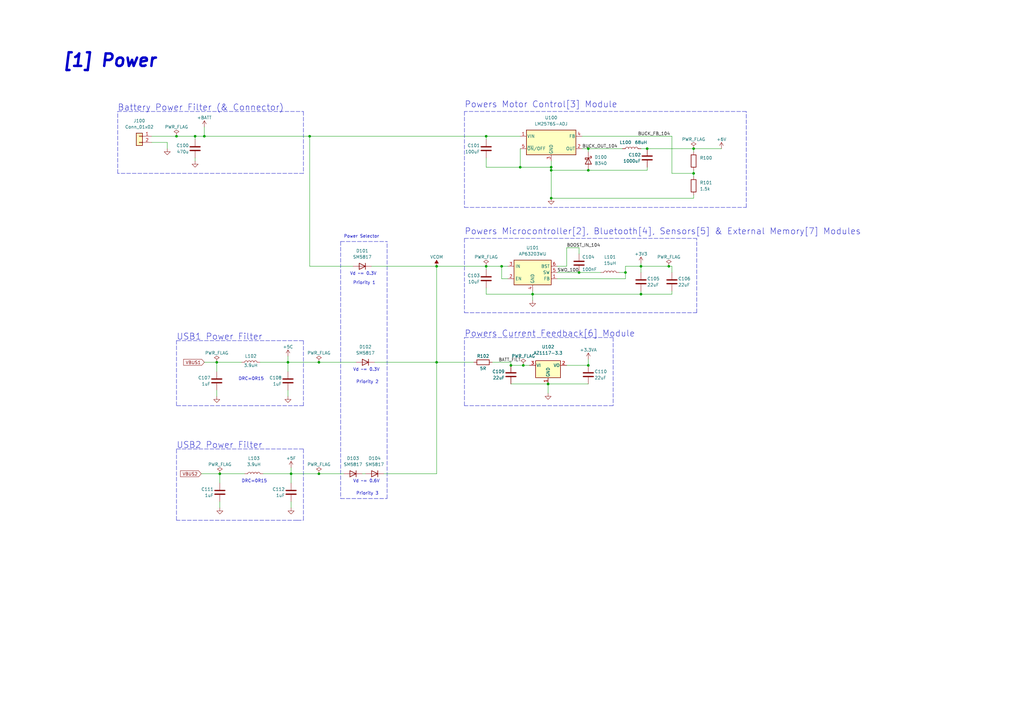
<source format=kicad_sch>
(kicad_sch (version 20211123) (generator eeschema)
  (paper "A3")
  (lib_symbols
    (symbol "AP63203WU_1"
      (property "Reference" "U100" (at 0 10.16 0))
      (property "Value" "AP63203WU_1" (at 0 7.62 0))
      (symbol "AP63203WU_1_0_1"
        (rectangle (start -7.62 5.08) (end 7.62 -5.08) (stroke (width 0.254)) (fill (type background)))
      )
      (symbol "AP63203WU_1_1_1"
        (pin input line (at 10.16 -2.54 180) (length 2.54) (name "FB") (number "1"))
        (pin input line (at -10.16 -2.54 0) (length 2.54) (name "EN") (number "2"))
        (pin power_in line (at -10.16 2.54 0) (length 2.54) (name "IN") (number "3"))
        (pin power_in line (at 0 -7.62 90) (length 2.54) (name "GND") (number "4"))
        (pin output line (at 10.16 0 180) (length 2.54) (name "SW") (number "5"))
        (pin passive line (at 10.16 2.54 180) (length 2.54) (name "BST") (number "6"))
      )
    )
    (symbol "Connector_Generic:Conn_01x02" (pin_names (offset 1.016) hide)
      (property "Reference" "J" (at 0 2.54 0))
      (property "Value" "Conn_01x02" (at 0 -5.08 0))
      (symbol "Conn_01x02_1_1"
        (rectangle (start -1.27 -2.413) (end 0 -2.667) (stroke (width 0.1524)))
        (rectangle (start -1.27 0.127) (end 0 -0.127) (stroke (width 0.1524)))
        (rectangle (start -1.27 1.27) (end 1.27 -3.81) (stroke (width 0.254)) (fill (type background)))
        (pin passive line (at -5.08 0 0) (length 3.81) (name "Pin_1") (number "1"))
        (pin passive line (at -5.08 -2.54 0) (length 3.81) (name "Pin_2") (number "2"))
      )
    )
    (symbol "Device:C" (pin_numbers hide) (pin_names (offset 0.254))
      (property "Reference" "C" (at 0.635 2.54 0))
      (property "Value" "C" (at 0.635 -2.54 0))
      (symbol "C_0_1"
        (polyline (pts (xy -2.032 -0.762) (xy 2.032 -0.762)) (stroke (width 0.508)))
        (polyline (pts (xy -2.032 0.762) (xy 2.032 0.762)) (stroke (width 0.508)))
      )
      (symbol "C_1_1"
        (pin passive line (at 0 3.81 270) (length 2.794) (name "~") (number "1"))
        (pin passive line (at 0 -3.81 90) (length 2.794) (name "~") (number "2"))
      )
    )
    (symbol "Device:L" (pin_numbers hide) (pin_names (offset 1.016) hide)
      (property "Reference" "L" (at -1.27 0 90))
      (property "Value" "L" (at 1.905 0 90))
      (symbol "L_0_1"
        (arc (start 0 -2.54) (mid 0.635 -1.905) (end 0 -1.27))
        (arc (start 0 -1.27) (mid 0.635 -0.635) (end 0 0))
        (arc (start 0 0) (mid 0.635 0.635) (end 0 1.27))
        (arc (start 0 1.27) (mid 0.635 1.905) (end 0 2.54))
      )
      (symbol "L_1_1"
        (pin passive line (at 0 3.81 270) (length 1.27) (name "1") (number "1"))
        (pin passive line (at 0 -3.81 90) (length 1.27) (name "2") (number "2"))
      )
    )
    (symbol "Device:R" (pin_numbers hide) (pin_names (offset 0))
      (property "Reference" "R" (at 2.032 0 90))
      (property "Value" "R" (at 0 0 90))
      (symbol "R_0_1"
        (rectangle (start -1.016 -2.54) (end 1.016 2.54) (stroke (width 0.254)))
      )
      (symbol "R_1_1"
        (pin passive line (at 0 3.81 270) (length 1.27) (name "~") (number "1"))
        (pin passive line (at 0 -3.81 90) (length 1.27) (name "~") (number "2"))
      )
    )
    (symbol "Diode:B340" (pin_numbers hide) (pin_names (offset 1.016) hide)
      (property "Reference" "D" (at 0 2.54 0))
      (property "Value" "B340" (at 0 -2.54 0))
      (symbol "B340_0_1"
        (polyline (pts (xy 1.27 0) (xy -1.27 0)))
        (polyline (pts (xy 1.27 1.27) (xy 1.27 -1.27) (xy -1.27 0) (xy 1.27 1.27)) (stroke (width 0.254)))
        (polyline (pts (xy -1.905 0.635) (xy -1.905 1.27) (xy -1.27 1.27) (xy -1.27 -1.27) (xy -0.635 -1.27) (xy -0.635 -0.635)) (stroke (width 0.254)))
      )
      (symbol "B340_1_1"
        (pin passive line (at -3.81 0 0) (length 2.54) (name "K") (number "1"))
        (pin passive line (at 3.81 0 180) (length 2.54) (name "A") (number "2"))
      )
    )
    (symbol "Diode:SM513" (pin_numbers hide) (pin_names (offset 1.016) hide)
      (property "Reference" "D" (at 0 2.54 0))
      (property "Value" "SM513" (at 0 -2.54 0))
      (symbol "SM513_0_1"
        (polyline (pts (xy -1.27 1.27) (xy -1.27 -1.27)) (stroke (width 0.254)))
        (polyline (pts (xy 1.27 0) (xy -1.27 0)))
        (polyline (pts (xy 1.27 1.27) (xy 1.27 -1.27) (xy -1.27 0) (xy 1.27 1.27)) (stroke (width 0.254)))
      )
      (symbol "SM513_1_1"
        (pin passive line (at -3.81 0 0) (length 2.54) (name "K") (number "1"))
        (pin passive line (at 3.81 0 180) (length 2.54) (name "A") (number "2"))
      )
    )
    (symbol "Regulator_Linear:AZ1117-3.3" (pin_names (offset 0.254))
      (property "Reference" "U" (at -3.81 3.175 0))
      (property "Value" "AZ1117-3.3" (at 0 3.175 0))
      (symbol "AZ1117-3.3_0_1"
        (rectangle (start -5.08 1.905) (end 5.08 -5.08) (stroke (width 0.254)) (fill (type background)))
      )
      (symbol "AZ1117-3.3_1_1"
        (pin power_in line (at 0 -7.62 90) (length 2.54) (name "GND") (number "1"))
        (pin power_out line (at 7.62 0 180) (length 2.54) (name "VO") (number "2"))
        (pin power_in line (at -7.62 0 0) (length 2.54) (name "VI") (number "3"))
      )
    )
    (symbol "Regulator_Switching:LM2576S-ADJ" (pin_names (offset 0.254))
      (property "Reference" "U" (at -10.16 6.35 0))
      (property "Value" "LM2576S-ADJ" (at 0 6.35 0))
      (symbol "LM2576S-ADJ_0_1"
        (rectangle (start -10.16 5.08) (end 10.16 -5.08) (stroke (width 0.254)) (fill (type background)))
      )
      (symbol "LM2576S-ADJ_1_1"
        (pin power_in line (at -12.7 2.54 0) (length 2.54) (name "VIN") (number "1"))
        (pin output line (at 12.7 -2.54 180) (length 2.54) (name "OUT") (number "2"))
        (pin power_in line (at 0 -7.62 90) (length 2.54) (name "GND") (number "3"))
        (pin input line (at 12.7 2.54 180) (length 2.54) (name "FB") (number "4"))
        (pin input line (at -12.7 -2.54 0) (length 2.54) (name "~{ON}/OFF") (number "5"))
      )
    )
    (symbol "power:+3.3V" (power) (pin_names (offset 0))
      (property "Value" "+3.3V" (at 0 3.556 0))
      (symbol "+3.3V_0_1"
        (polyline (pts (xy -0.762 1.27) (xy 0 2.54)))
        (polyline (pts (xy 0 0) (xy 0 2.54)))
        (polyline (pts (xy 0 2.54) (xy 0.762 1.27)))
      )
      (symbol "+3.3V_1_1"
        (pin power_in line (at 0 0 90) (length 0) hide (name "+3V3") (number "1"))
      )
    )
    (symbol "power:+3.3VA" (power) (pin_names (offset 0))
      (property "Value" "+3.3VA" (at 0 3.556 0))
      (symbol "+3.3VA_0_1"
        (polyline (pts (xy -0.762 1.27) (xy 0 2.54)))
        (polyline (pts (xy 0 0) (xy 0 2.54)))
        (polyline (pts (xy 0 2.54) (xy 0.762 1.27)))
      )
      (symbol "+3.3VA_1_1"
        (pin power_in line (at 0 0 90) (length 0) hide (name "+3.3VA") (number "1"))
      )
    )
    (symbol "power:+5C" (power) (pin_names (offset 0))
      (property "Value" "+5C" (at 0 3.556 0))
      (symbol "+5C_0_1"
        (polyline (pts (xy -0.762 1.27) (xy 0 2.54)))
        (polyline (pts (xy 0 0) (xy 0 2.54)))
        (polyline (pts (xy 0 2.54) (xy 0.762 1.27)))
      )
      (symbol "+5C_1_1"
        (pin power_in line (at 0 0 90) (length 0) hide (name "+5C") (number "1"))
      )
    )
    (symbol "power:+5F" (power) (pin_names (offset 0))
      (property "Value" "+5F" (at 0 3.556 0))
      (symbol "+5F_0_1"
        (polyline (pts (xy -0.762 1.27) (xy 0 2.54)))
        (polyline (pts (xy 0 0) (xy 0 2.54)))
        (polyline (pts (xy 0 2.54) (xy 0.762 1.27)))
      )
      (symbol "+5F_1_1"
        (pin power_in line (at 0 0 90) (length 0) hide (name "+5F") (number "1"))
      )
    )
    (symbol "power:+6V" (power) (pin_names (offset 0))
      (property "Value" "+6V" (at 0 3.556 0))
      (symbol "+6V_0_1"
        (polyline (pts (xy -0.762 1.27) (xy 0 2.54)))
        (polyline (pts (xy 0 0) (xy 0 2.54)))
        (polyline (pts (xy 0 2.54) (xy 0.762 1.27)))
      )
      (symbol "+6V_1_1"
        (pin power_in line (at 0 0 90) (length 0) hide (name "+6V") (number "1"))
      )
    )
    (symbol "power:+BATT" (power) (pin_names (offset 0))
      (property "Value" "+BATT" (at 0 3.556 0))
      (symbol "+BATT_0_1"
        (polyline (pts (xy -0.762 1.27) (xy 0 2.54)))
        (polyline (pts (xy 0 0) (xy 0 2.54)))
        (polyline (pts (xy 0 2.54) (xy 0.762 1.27)))
      )
      (symbol "+BATT_1_1"
        (pin power_in line (at 0 0 90) (length 0) hide (name "+BATT") (number "1"))
      )
    )
    (symbol "power:GND" (power) (pin_names (offset 0))
      (property "Value" "GND" (at 0 -3.81 0))
      (symbol "GND_0_1"
        (polyline (pts (xy 0 0) (xy 0 -1.27) (xy 1.27 -1.27) (xy 0 -2.54) (xy -1.27 -1.27) (xy 0 -1.27)))
      )
      (symbol "GND_1_1"
        (pin power_in line (at 0 0 270) (length 0) hide (name "GND") (number "1"))
      )
    )
    (symbol "power:PWR_FLAG" (power) (pin_numbers hide) (pin_names (offset 0) hide)
      (property "Value" "PWR_FLAG" (at 0 3.81 0))
      (symbol "PWR_FLAG_0_0"
        (pin power_out line (at 0 0 90) (length 0) (name "pwr") (number "1"))
      )
      (symbol "PWR_FLAG_0_1"
        (polyline (pts (xy 0 0) (xy 0 1.27) (xy -1.016 1.905) (xy 0 2.54) (xy 1.016 1.905) (xy 0 1.27)))
      )
    )
    (symbol "power:VCOM" (power) (pin_names (offset 0))
      (property "Value" "VCOM" (at 0 3.81 0))
      (symbol "VCOM_0_1"
        (polyline (pts (xy 0 0) (xy 0 2.54)))
        (polyline (pts (xy 0.762 1.27) (xy -0.762 1.27) (xy 0 2.54) (xy 0.762 1.27)) (fill (type outline)))
      )
      (symbol "VCOM_1_1"
        (pin power_in line (at 0 0 90) (length 0) hide (name "VCOM") (number "1"))
      )
    )
  )
  (junction (at 130.81 194.31))
  (junction (at 83.82 55.88))
  (junction (at 205.74 109.22))
  (junction (at 241.3 69.85))
  (junction (at 284.48 71.12))
  (junction (at 256.54 111.76))
  (junction (at 226.06 81.28))
  (junction (at 179.07 109.22))
  (junction (at 218.44 120.65))
  (junction (at 80.01 55.88))
  (junction (at 284.48 60.96))
  (junction (at 262.89 120.65))
  (junction (at 241.3 149.86))
  (junction (at 127 55.88))
  (junction (at 241.3 60.96))
  (junction (at 119.38 194.31))
  (junction (at 118.11 148.59))
  (junction (at 130.81 148.59))
  (junction (at 179.07 148.59))
  (junction (at 88.9 148.59))
  (junction (at 265.43 60.96))
  (junction (at 199.39 109.22))
  (junction (at 199.39 55.88))
  (junction (at 226.06 68.58))
  (junction (at 262.89 109.22))
  (junction (at 237.49 111.76))
  (junction (at 209.55 149.86))
  (junction (at 224.79 157.48))
  (junction (at 213.36 68.58))
  (junction (at 226.06 69.85))
  (junction (at 72.39 55.88))
  (junction (at 274.32 109.22))
  (junction (at 90.17 194.31))
  (junction (at 214.63 149.86))
  (wire (pts (xy 241.3 147.32) (xy 241.3 149.86)))
  (wire (pts (xy 199.39 120.65) (xy 218.44 120.65)))
  (wire (pts (xy 237.49 104.14) (xy 237.49 101.6)))
  (wire (pts (xy 199.39 109.22) (xy 199.39 110.49)))
  (polyline (pts (xy 139.7 99.06) (xy 158.75 99.06)))
  (wire (pts (xy 262.89 120.65) (xy 275.59 120.65)))
  (wire (pts (xy 284.48 62.23) (xy 284.48 60.96)))
  (wire (pts (xy 254 111.76) (xy 256.54 111.76)))
  (polyline (pts (xy 190.5 97.79) (xy 190.5 128.27)))
  (wire (pts (xy 83.82 52.07) (xy 83.82 55.88)))
  (wire (pts (xy 208.28 109.22) (xy 205.74 109.22)))
  (wire (pts (xy 149.86 194.31) (xy 148.59 194.31)))
  (wire (pts (xy 179.07 148.59) (xy 194.31 148.59)))
  (wire (pts (xy 213.36 68.58) (xy 226.06 68.58)))
  (wire (pts (xy 213.36 60.96) (xy 213.36 68.58)))
  (polyline (pts (xy 124.46 45.72) (xy 124.46 71.12)))
  (wire (pts (xy 88.9 148.59) (xy 88.9 152.4)))
  (wire (pts (xy 72.39 55.88) (xy 80.01 55.88)))
  (wire (pts (xy 127 55.88) (xy 199.39 55.88)))
  (wire (pts (xy 237.49 101.6) (xy 232.41 101.6)))
  (polyline (pts (xy 139.7 204.47) (xy 158.75 204.47)))
  (polyline (pts (xy 190.5 97.79) (xy 285.75 97.79)))
  (polyline (pts (xy 251.46 166.37) (xy 190.5 166.37)))
  (wire (pts (xy 226.06 69.85) (xy 226.06 81.28)))
  (polyline (pts (xy 124.46 71.12) (xy 48.26 71.12)))
  (wire (pts (xy 119.38 194.31) (xy 130.81 194.31)))
  (wire (pts (xy 256.54 109.22) (xy 262.89 109.22)))
  (wire (pts (xy 144.78 109.22) (xy 127 109.22)))
  (polyline (pts (xy 139.7 99.06) (xy 139.7 204.47)))
  (wire (pts (xy 119.38 191.77) (xy 119.38 194.31)))
  (polyline (pts (xy 158.75 204.47) (xy 158.75 99.06)))
  (polyline (pts (xy 121.92 213.36) (xy 124.46 213.36)))
  (wire (pts (xy 199.39 64.77) (xy 199.39 68.58)))
  (wire (pts (xy 262.89 109.22) (xy 274.32 109.22)))
  (wire (pts (xy 205.74 109.22) (xy 205.74 114.3)))
  (wire (pts (xy 262.89 109.22) (xy 262.89 111.76)))
  (wire (pts (xy 118.11 148.59) (xy 118.11 152.4)))
  (wire (pts (xy 130.81 194.31) (xy 140.97 194.31)))
  (wire (pts (xy 118.11 148.59) (xy 130.81 148.59)))
  (wire (pts (xy 275.59 71.12) (xy 284.48 71.12)))
  (wire (pts (xy 130.81 148.59) (xy 146.05 148.59)))
  (wire (pts (xy 209.55 157.48) (xy 224.79 157.48)))
  (wire (pts (xy 228.6 111.76) (xy 237.49 111.76)))
  (wire (pts (xy 262.89 60.96) (xy 265.43 60.96)))
  (wire (pts (xy 232.41 149.86) (xy 241.3 149.86)))
  (wire (pts (xy 199.39 55.88) (xy 199.39 57.15)))
  (polyline (pts (xy 72.39 184.15) (xy 124.46 184.15)))
  (polyline (pts (xy 306.07 45.72) (xy 190.5 45.72)))
  (polyline (pts (xy 72.39 213.36) (xy 72.39 184.15)))
  (wire (pts (xy 99.06 148.59) (xy 88.9 148.59)))
  (wire (pts (xy 226.06 66.04) (xy 226.06 68.58)))
  (wire (pts (xy 265.43 60.96) (xy 284.48 60.96)))
  (wire (pts (xy 214.63 149.86) (xy 217.17 149.86)))
  (wire (pts (xy 152.4 109.22) (xy 179.07 109.22)))
  (polyline (pts (xy 190.5 166.37) (xy 190.5 138.43)))
  (wire (pts (xy 209.55 149.86) (xy 214.63 149.86)))
  (wire (pts (xy 119.38 194.31) (xy 119.38 198.12)))
  (wire (pts (xy 265.43 68.58) (xy 265.43 69.85)))
  (wire (pts (xy 224.79 157.48) (xy 241.3 157.48)))
  (wire (pts (xy 179.07 148.59) (xy 179.07 194.31)))
  (wire (pts (xy 275.59 55.88) (xy 275.59 71.12)))
  (wire (pts (xy 284.48 69.85) (xy 284.48 71.12)))
  (wire (pts (xy 205.74 109.22) (xy 199.39 109.22)))
  (wire (pts (xy 68.58 58.42) (xy 68.58 60.96)))
  (wire (pts (xy 90.17 194.31) (xy 90.17 198.12)))
  (wire (pts (xy 226.06 68.58) (xy 226.06 69.85)))
  (polyline (pts (xy 48.26 71.12) (xy 48.26 45.72)))
  (wire (pts (xy 284.48 60.96) (xy 295.91 60.96)))
  (wire (pts (xy 83.82 55.88) (xy 80.01 55.88)))
  (polyline (pts (xy 121.92 213.36) (xy 72.39 213.36)))
  (wire (pts (xy 80.01 64.77) (xy 80.01 66.04)))
  (wire (pts (xy 201.93 148.59) (xy 209.55 148.59)))
  (wire (pts (xy 62.23 55.88) (xy 72.39 55.88)))
  (wire (pts (xy 228.6 109.22) (xy 232.41 109.22)))
  (polyline (pts (xy 306.07 85.09) (xy 306.07 45.72)))
  (wire (pts (xy 119.38 205.74) (xy 119.38 208.28)))
  (wire (pts (xy 241.3 60.96) (xy 255.27 60.96)))
  (polyline (pts (xy 72.39 139.7) (xy 124.46 139.7)))
  (wire (pts (xy 157.48 194.31) (xy 179.07 194.31)))
  (wire (pts (xy 106.68 148.59) (xy 118.11 148.59)))
  (wire (pts (xy 218.44 120.65) (xy 262.89 120.65)))
  (wire (pts (xy 90.17 205.74) (xy 90.17 208.28)))
  (polyline (pts (xy 124.46 166.37) (xy 72.39 166.37)))
  (polyline (pts (xy 251.46 138.43) (xy 251.46 166.37)))
  (wire (pts (xy 237.49 111.76) (xy 246.38 111.76)))
  (polyline (pts (xy 190.5 138.43) (xy 251.46 138.43)))
  (polyline (pts (xy 190.5 45.72) (xy 190.5 85.09)))
  (wire (pts (xy 241.3 60.96) (xy 241.3 62.23)))
  (wire (pts (xy 199.39 68.58) (xy 213.36 68.58)))
  (wire (pts (xy 218.44 120.65) (xy 218.44 123.19)))
  (wire (pts (xy 83.82 148.59) (xy 88.9 148.59)))
  (wire (pts (xy 284.48 71.12) (xy 284.48 72.39)))
  (polyline (pts (xy 190.5 85.09) (xy 306.07 85.09)))
  (wire (pts (xy 208.28 114.3) (xy 205.74 114.3)))
  (wire (pts (xy 118.11 146.05) (xy 118.11 148.59)))
  (wire (pts (xy 238.76 60.96) (xy 241.3 60.96)))
  (wire (pts (xy 199.39 118.11) (xy 199.39 120.65)))
  (wire (pts (xy 226.06 69.85) (xy 241.3 69.85)))
  (wire (pts (xy 226.06 81.28) (xy 284.48 81.28)))
  (wire (pts (xy 153.67 148.59) (xy 179.07 148.59)))
  (wire (pts (xy 62.23 58.42) (xy 68.58 58.42)))
  (wire (pts (xy 262.89 107.95) (xy 262.89 109.22)))
  (wire (pts (xy 274.32 109.22) (xy 275.59 109.22)))
  (wire (pts (xy 209.55 149.86) (xy 209.55 148.59)))
  (wire (pts (xy 284.48 80.01) (xy 284.48 81.28)))
  (wire (pts (xy 88.9 160.02) (xy 88.9 162.56)))
  (wire (pts (xy 83.82 55.88) (xy 127 55.88)))
  (wire (pts (xy 179.07 109.22) (xy 199.39 109.22)))
  (wire (pts (xy 228.6 114.3) (xy 256.54 114.3)))
  (wire (pts (xy 179.07 109.22) (xy 179.07 148.59)))
  (wire (pts (xy 100.33 194.31) (xy 90.17 194.31)))
  (wire (pts (xy 262.89 119.38) (xy 262.89 120.65)))
  (wire (pts (xy 107.95 194.31) (xy 119.38 194.31)))
  (wire (pts (xy 118.11 160.02) (xy 118.11 162.56)))
  (wire (pts (xy 232.41 101.6) (xy 232.41 109.22)))
  (wire (pts (xy 82.55 194.31) (xy 90.17 194.31)))
  (wire (pts (xy 80.01 55.88) (xy 80.01 57.15)))
  (polyline (pts (xy 48.26 45.72) (xy 124.46 45.72)))
  (wire (pts (xy 256.54 109.22) (xy 256.54 111.76)))
  (polyline (pts (xy 285.75 128.27) (xy 285.75 97.79)))
  (wire (pts (xy 238.76 55.88) (xy 275.59 55.88)))
  (wire (pts (xy 218.44 119.38) (xy 218.44 120.65)))
  (wire (pts (xy 224.79 157.48) (xy 224.79 161.29)))
  (wire (pts (xy 241.3 69.85) (xy 265.43 69.85)))
  (polyline (pts (xy 124.46 184.15) (xy 124.46 213.36)))
  (wire (pts (xy 213.36 55.88) (xy 199.39 55.88)))
  (polyline (pts (xy 124.46 139.7) (xy 124.46 166.37)))
  (wire (pts (xy 275.59 111.76) (xy 275.59 109.22)))
  (polyline (pts (xy 190.5 128.27) (xy 285.75 128.27)))
  (polyline (pts (xy 72.39 166.37) (xy 72.39 139.7)))
  (wire (pts (xy 127 109.22) (xy 127 55.88)))
  (wire (pts (xy 275.59 119.38) (xy 275.59 120.65)))
  (wire (pts (xy 256.54 111.76) (xy 256.54 114.3)))
  (text "Battery Power Filter (& Connector)" (at 48.26 45.72 0) (effects (font (size 2.54 2.54)) (justify left bottom)))
  (text "Priority 3" (at 146.05 203.2 0) (effects (font (size 1.27 1.27)) (justify left bottom)))
  (text "Powers Microcontroller[2], Bluetooth[4], Sensors[5] & External Memory[7] Modules" (at 190.5 96.52 0) (effects (font (size 2.54 2.54)) (justify left bottom)))
  (text "Power Selector" (at 140.97 97.79 0) (effects (font (size 1.27 1.27)) (justify left bottom)))
  (text "Vd ~= 0.6V" (at 144.78 198.12 0) (effects (font (size 1.27 1.27)) (justify left bottom)))
  (text "Powers Current Feedback[6] Module " (at 190.5 138.43 0) (effects (font (size 2.54 2.54)) (justify left bottom)))
  (text "DRC=0R15" (at 99.06 198.12 0) (effects (font (size 1.27 1.27)) (justify left bottom)))
  (text "Vd ~= 0.3V" (at 144.78 152.4 0) (effects (font (size 1.27 1.27)) (justify left bottom)))
  (text "Powers Motor Control[3] Module" (at 190.5 44.45 0) (effects (font (size 2.54 2.54)) (justify left bottom)))
  (text "Vd ~= 0.3V" (at 143.51 113.03 0) (effects (font (size 1.27 1.27)) (justify left bottom)))
  (text "USB2 Power Filter" (at 72.39 184.15 0) (effects (font (size 2.54 2.54)) (justify left bottom)))
  (text "USB1 Power Filter" (at 72.39 139.7 0) (effects (font (size 2.54 2.54)) (justify left bottom)))
  (text "Priority 2" (at 146.05 157.48 0) (effects (font (size 1.27 1.27)) (justify left bottom)))
  (text "Priority 1" (at 144.78 116.84 0) (effects (font (size 1.27 1.27)) (justify left bottom)))
  (text "DRC=0R15" (at 97.79 156.21 0) (effects (font (size 1.27 1.27)) (justify left bottom)))
  (text "[1] Power" (at 25.4 27.94 0) (effects (font (size 5.08 5.08) (thickness 1.016) bold italic) (justify left bottom)))
  (label "BUCK_FB_104" (at 261.62 55.88 0))
  (label "BOOST_IN_104" (at 232.41 101.6 0))
  (label "BUCK_OUT_104" (at 238.76 60.96 0))
  (label "SWO_100" (at 228.6 111.76 0))
  (label "BATT_FILT" (at 204.47 148.59 0))
  (global_label "VBUS2" (shape input) (at 82.55 194.31 180) (property "Intersheet References" "${INTERSHEET_REFS}" (effects hide)))
  (global_label "VBUS1" (shape input) (at 83.82 148.59 180) (property "Intersheet References" "${INTERSHEET_REFS}" (effects hide)))
  (symbol (lib_id "power:PWR_FLAG") (at 88.9 148.59 0) (unit 1)
    (property "Reference" "#FLG02" (effects hide))
    (property "Value" "PWR_FLAG" (at 88.9 144.78 0))
  )
  (symbol (lib_id "Device:C") (at 90.17 201.93 0) (mirror y) (unit 1)
    (property "Reference" "C111" (at 87.63 200.66 0) (effects (justify left)))
    (property "Value" "1uF" (at 87.63 203.2 0) (effects (justify left)))
    (property "Footprint" "Capacitor_SMD:C_0603_1608Metric" (effects hide))
  )
  (symbol (lib_id "Device:L") (at 259.08 60.96 90) (unit 1)
    (property "Reference" "L100" (at 256.54 58.42 90))
    (property "Value" "68uH" (at 262.89 58.42 90))
    (property "Footprint" "68uH Power Inductor:IND_MWSA1206S_SNL" (effects hide))
  )
  (symbol (lib_id "Device:C") (at 209.55 153.67 0) (mirror y) (unit 1)
    (property "Reference" "C109" (at 207.01 152.4 0) (effects (justify left)))
    (property "Value" "22uF" (at 207.01 154.94 0) (effects (justify left)))
    (property "Footprint" "Capacitor_SMD:C_0603_1608Metric" (effects hide))
  )
  (symbol (lib_id "power:+5C") (at 118.11 146.05 0) (unit 1)
    (property "Reference" "#PWR0111" (effects hide))
    (property "Value" "+5C" (at 118.11 142.24 0))
  )
  (symbol (lib_id "power:PWR_FLAG") (at 214.63 149.86 0) (unit 1)
    (property "Reference" "#FLG06" (effects hide))
    (property "Value" "PWR_FLAG" (at 214.63 146.05 0))
  )
  (symbol (lib_id "power:GND") (at 119.38 208.28 0) (unit 1)
    (property "Reference" "#PWR0118" (effects hide))
    (property "Value" "GND" (effects hide))
  )
  (symbol (lib_id "Device:C") (at 88.9 156.21 0) (mirror y) (unit 1)
    (property "Reference" "C107" (at 86.36 154.94 0) (effects (justify left)))
    (property "Value" "1uF" (at 86.36 157.48 0) (effects (justify left)))
    (property "Footprint" "Capacitor_SMD:C_0603_1608Metric" (effects hide))
  )
  (symbol (lib_name "AP63203WU_1") (lib_id "Regulator_Switching:AP63203WU") (at 218.44 111.76 0) (unit 1)
    (property "Reference" "U101" (at 218.44 101.6 0))
    (property "Value" "AP63203WU" (at 218.44 104.14 0))
    (property "Footprint" "Package_TO_SOT_SMD:TSOT-23-6" (effects hide))
    (property "Datasheet" "https://www.diodes.com/assets/Datasheets/AP63200-AP63201-AP63203-AP63205.pdf" (effects hide))
  )
  (symbol (lib_id "Device:C") (at 199.39 60.96 0) (mirror y) (unit 1)
    (property "Reference" "C101" (at 196.85 59.69 0) (effects (justify left)))
    (property "Value" "100uF" (at 196.85 62.23 0) (effects (justify left)))
    (property "Footprint" "Capacitor_THT:CP_Radial_D5.0mm_P2.50mm" (effects hide))
  )
  (symbol (lib_id "Device:C") (at 199.39 114.3 0) (mirror y) (unit 1)
    (property "Reference" "C103" (at 196.85 113.03 0) (effects (justify left)))
    (property "Value" "10uF" (at 196.85 115.57 0) (effects (justify left)))
    (property "Footprint" "Capacitor_SMD:C_0603_1608Metric" (effects hide))
  )
  (symbol (lib_id "power:+BATT") (at 83.82 52.07 0) (unit 1)
    (property "Reference" "#PWR0113" (effects hide))
    (property "Value" "+BATT" (at 83.82 48.26 0))
  )
  (symbol (lib_id "power:VCOM") (at 179.07 109.22 0) (unit 1)
    (property "Reference" "#PWR0110" (effects hide))
    (property "Value" "VCOM" (at 179.07 105.41 0))
  )
  (symbol (lib_id "Diode:SM513") (at 153.67 194.31 180) (unit 1)
    (property "Reference" "D104" (at 153.67 187.96 0))
    (property "Value" "SM5817" (at 153.67 190.5 0))
    (property "Footprint" "Schottky_Diode:SODFL3719X135N" (effects hide))
    (property "Datasheet" "http://cdn-reichelt.de/documents/datenblatt/A400/SMD1N400%23DIO.pdf" (effects hide))
  )
  (symbol (lib_id "power:GND") (at 80.01 66.04 0) (unit 1)
    (property "Reference" "#PWR0114" (effects hide))
    (property "Value" "GND" (effects hide))
  )
  (symbol (lib_id "power:+3.3VA") (at 241.3 147.32 0) (unit 1)
    (property "Reference" "#PWR0105" (effects hide))
    (property "Value" "+3.3VA" (at 241.3 143.51 0))
  )
  (symbol (lib_id "power:PWR_FLAG") (at 72.39 55.88 0) (unit 1)
    (property "Reference" "#FLG01" (effects hide))
    (property "Value" "PWR_FLAG" (at 72.39 52.07 0))
  )
  (symbol (lib_id "power:+5F") (at 119.38 191.77 0) (unit 1)
    (property "Reference" "#PWR0109" (effects hide))
    (property "Value" "+5F" (at 119.38 187.96 0))
  )
  (symbol (lib_id "power:PWR_FLAG") (at 130.81 194.31 0) (unit 1)
    (property "Reference" "#FLG011" (effects hide))
    (property "Value" "PWR_FLAG" (at 130.81 190.5 0))
  )
  (symbol (lib_id "Device:L") (at 102.87 148.59 90) (unit 1)
    (property "Reference" "L102" (at 102.87 146.05 90))
    (property "Value" "3.9uH" (at 102.87 149.86 90))
    (property "Footprint" "Inductor_SMD:L_0402_1005Metric" (effects hide))
  )
  (symbol (lib_id "power:GND") (at 90.17 208.28 0) (unit 1)
    (property "Reference" "#PWR0115" (effects hide))
    (property "Value" "GND" (effects hide))
  )
  (symbol (lib_id "Device:R") (at 284.48 66.04 180) (unit 1)
    (property "Reference" "R100" (at 287.02 64.7699 0) (effects (justify right)))
  )
  (symbol (lib_id "power:GND") (at 88.9 162.56 0) (unit 1)
    (property "Reference" "#PWR0117" (effects hide))
    (property "Value" "GND" (effects hide))
  )
  (symbol (lib_id "Diode:SM513") (at 144.78 194.31 180) (unit 1)
    (property "Reference" "D103" (at 144.78 187.96 0))
    (property "Value" "SM5817" (at 144.78 190.5 0))
    (property "Footprint" "Schottky_Diode:SODFL3719X135N" (effects hide))
    (property "Datasheet" "http://cdn-reichelt.de/documents/datenblatt/A400/SMD1N400%23DIO.pdf" (effects hide))
  )
  (symbol (lib_id "Device:C") (at 265.43 64.77 0) (mirror y) (unit 1)
    (property "Reference" "C102" (at 262.89 63.5 0) (effects (justify left)))
    (property "Value" "1000uF" (at 262.89 66.04 0) (effects (justify left)))
    (property "Footprint" "Capacitor_THT:CP_Radial_D5.0mm_P2.50mm" (effects hide))
  )
  (symbol (lib_id "power:GND") (at 118.11 162.56 0) (unit 1)
    (property "Reference" "#PWR0116" (effects hide))
    (property "Value" "GND" (effects hide))
  )
  (symbol (lib_id "Connector_Generic:Conn_01x02") (at 57.15 55.88 0) (mirror y) (unit 1)
    (property "Reference" "J100" (at 57.15 49.53 0))
    (property "Value" "Conn_01x02" (at 57.15 52.07 0))
    (property "Footprint" "Connector_Wire:SolderWire-2sqmm_1x02_P7.8mm_D2mm_OD3.9mm" (effects hide))
  )
  (symbol (lib_id "power:GND") (at 226.06 81.28 0) (unit 1)
    (property "Reference" "#PWR01" (effects hide))
    (property "Value" "GND" (effects hide))
  )
  (symbol (lib_id "Device:C") (at 241.3 153.67 0) (unit 1)
    (property "Reference" "C110" (at 243.84 152.4 0) (effects (justify left)))
    (property "Value" "22uF" (at 243.84 154.94 0) (effects (justify left)))
    (property "Footprint" "Capacitor_SMD:C_0603_1608Metric" (effects hide))
  )
  (symbol (lib_id "Regulator_Linear:AZ1117-3.3") (at 224.79 149.86 0) (unit 1)
    (property "Reference" "U102" (at 224.79 142.24 0))
    (property "Value" "AZ1117-3.3" (at 224.79 144.78 0))
    (property "Footprint" "Package_TO_SOT_SMD:TO-252-2" (effects hide))
    (property "Datasheet" "https://www.diodes.com/assets/Datasheets/AZ1117.pdf" (effects hide))
  )
  (symbol (lib_id "Device:L") (at 104.14 194.31 90) (unit 1)
    (property "Reference" "L103" (at 104.14 187.96 90))
    (property "Value" "3.9uH" (at 104.14 190.5 90))
    (property "Footprint" "Inductor_SMD:L_0402_1005Metric" (effects hide))
  )
  (symbol (lib_id "power:+3.3V") (at 262.89 107.95 0) (unit 1)
    (property "Reference" "#PWR0108" (effects hide))
    (property "Value" "+3.3V" (at 262.89 104.14 0))
  )
  (symbol (lib_id "Device:L") (at 250.19 111.76 90) (unit 1)
    (property "Reference" "L101" (at 250.19 105.41 90))
    (property "Value" "15uH" (at 250.19 107.95 90))
    (property "Footprint" "Inductor_SMD:L_0603_1608Metric" (effects hide))
  )
  (symbol (lib_id "Diode:SM513") (at 148.59 109.22 180) (unit 1)
    (property "Reference" "D101" (at 148.59 102.87 0))
    (property "Value" "SM5817" (at 148.59 105.41 0))
    (property "Footprint" "Schottky_Diode:SODFL3719X135N" (effects hide))
    (property "Datasheet" "http://cdn-reichelt.de/documents/datenblatt/A400/SMD1N400%23DIO.pdf" (effects hide))
  )
  (symbol (lib_id "Device:C") (at 275.59 115.57 0) (unit 1)
    (property "Reference" "C106" (at 278.13 114.3 0) (effects (justify left)))
    (property "Value" "22uF" (at 278.13 116.84 0) (effects (justify left)))
    (property "Footprint" "Capacitor_SMD:C_0603_1608Metric" (effects hide))
  )
  (symbol (lib_id "Device:C") (at 118.11 156.21 0) (mirror y) (unit 1)
    (property "Reference" "C108" (at 115.57 154.94 0) (effects (justify left)))
    (property "Value" "1uF" (at 115.57 157.48 0) (effects (justify left)))
    (property "Footprint" "Capacitor_SMD:C_0603_1608Metric" (effects hide))
  )
  (symbol (lib_id "power:PWR_FLAG") (at 284.48 60.96 0) (unit 1)
    (property "Reference" "#FLG04" (effects hide))
    (property "Value" "PWR_FLAG" (at 284.48 57.15 0))
  )
  (symbol (lib_id "Diode:B340") (at 241.3 66.04 270) (unit 1)
    (property "Reference" "D100" (at 243.84 64.4524 90) (effects (justify left)))
    (property "Value" "B340" (at 243.84 66.9924 90) (effects (justify left)))
    (property "Footprint" "Diode_SMD:D_SMC" (effects hide))
    (property "Datasheet" "http://www.jameco.com/Jameco/Products/ProdDS/1538777.pdf" (effects hide))
  )
  (symbol (lib_id "power:PWR_FLAG") (at 199.39 109.22 0) (unit 1)
    (property "Reference" "#FLG05" (effects hide))
    (property "Value" "PWR_FLAG" (at 199.39 105.41 0))
  )
  (symbol (lib_id "power:GND") (at 68.58 60.96 0) (unit 1)
    (property "Reference" "#PWR0112" (effects hide))
    (property "Value" "GND" (effects hide))
  )
  (symbol (lib_id "Device:R") (at 198.12 148.59 90) (unit 1)
    (property "Reference" "R102" (at 198.12 146.05 90))
    (property "Value" "5R" (at 198.12 151.13 90))
    (property "Footprint" "Resistor_SMD:R_0603_1608Metric" (effects hide))
  )
  (symbol (lib_id "power:PWR_FLAG") (at 130.81 148.59 0) (unit 1)
    (property "Reference" "#FLG010" (effects hide))
    (property "Value" "PWR_FLAG" (at 130.81 144.78 0))
  )
  (symbol (lib_id "Regulator_Switching:LM2576S-ADJ") (at 226.06 58.42 0) (unit 1)
    (property "Reference" "U100" (at 226.06 48.26 0))
    (property "Value" "LM2576S-ADJ" (at 226.06 50.8 0))
    (property "Footprint" "Package_TO_SOT_SMD:TO-263-5_TabPin3" (effects hide))
    (property "Datasheet" "http://www.ti.com/lit/ds/symlink/lm2576.pdf" (effects hide))
  )
  (symbol (lib_id "Device:R") (at 284.48 76.2 180) (unit 1)
    (property "Reference" "R101" (at 287.02 74.9299 0) (effects (justify right)))
    (property "Value" "1.5k" (at 287.02 77.4699 0) (effects (justify right)))
    (property "Footprint" "Resistor_SMD:R_0603_1608Metric" (effects hide))
  )
  (symbol (lib_id "Device:C") (at 262.89 115.57 0) (unit 1)
    (property "Reference" "C105" (at 265.43 114.3 0) (effects (justify left)))
    (property "Value" "22uF" (at 265.43 116.84 0) (effects (justify left)))
    (property "Footprint" "Capacitor_SMD:C_0603_1608Metric" (effects hide))
  )
  (symbol (lib_id "Device:C") (at 237.49 107.95 0) (unit 1)
    (property "Reference" "C104" (at 238.76 105.41 0) (effects (justify left)))
    (property "Value" "100nF" (at 238.76 110.49 0) (effects (justify left)))
    (property "Footprint" "Capacitor_SMD:C_0603_1608Metric" (effects hide))
  )
  (symbol (lib_id "power:+6V") (at 295.91 60.96 0) (unit 1)
    (property "Reference" "#PWR02" (effects hide))
    (property "Value" "+6V" (at 295.91 57.15 0))
  )
  (symbol (lib_id "Device:C") (at 80.01 60.96 0) (mirror y) (unit 1)
    (property "Reference" "C100" (at 77.47 59.69 0) (effects (justify left)))
    (property "Value" "470u" (at 77.47 62.23 0) (effects (justify left)))
    (property "Footprint" "Capacitor_THT:CP_Radial_D5.0mm_P2.50mm" (effects hide))
  )
  (symbol (lib_id "power:PWR_FLAG") (at 274.32 109.22 0) (unit 1)
    (property "Reference" "#FLG08" (effects hide))
    (property "Value" "PWR_FLAG" (at 274.32 105.41 0))
  )
  (symbol (lib_id "power:GND") (at 218.44 123.19 0) (unit 1)
    (property "Reference" "#PWR0107" (effects hide))
    (property "Value" "GND" (effects hide))
  )
  (symbol (lib_id "Device:C") (at 119.38 201.93 0) (mirror y) (unit 1)
    (property "Reference" "C112" (at 116.84 200.66 0) (effects (justify left)))
    (property "Value" "1uF" (at 116.84 203.2 0) (effects (justify left)))
    (property "Footprint" "Capacitor_SMD:C_0603_1608Metric" (effects hide))
  )
  (symbol (lib_id "Diode:SM513") (at 149.86 148.59 180) (unit 1)
    (property "Reference" "D102" (at 149.86 142.24 0))
    (property "Value" "SM5817" (at 149.86 144.78 0))
    (property "Footprint" "Schottky_Diode:SODFL3719X135N" (effects hide))
    (property "Datasheet" "http://cdn-reichelt.de/documents/datenblatt/A400/SMD1N400%23DIO.pdf" (effects hide))
  )
  (symbol (lib_id "power:PWR_FLAG") (at 90.17 194.31 0) (unit 1)
    (property "Reference" "#FLG03" (effects hide))
    (property "Value" "PWR_FLAG" (at 90.17 190.5 0))
  )
  (symbol (lib_id "power:GND") (at 224.79 161.29 0) (unit 1)
    (property "Reference" "#PWR0106" (effects hide))
    (property "Value" "GND" (effects hide))
  )
)
</source>
